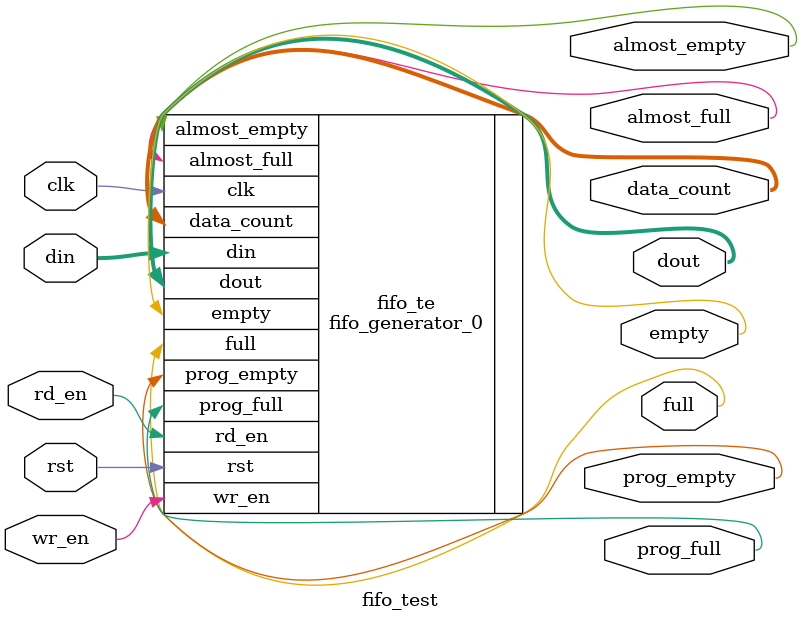
<source format=v>
`timescale 1ns / 1ps


module fifo_test(
    input  clk,
    input  rst,
    input  [7 : 0] din,
    input  wr_en,
    input  rd_en,
    output [7 : 0] dout,
    output full,
    output almost_full,
    output empty,
    output almost_empty,
    output [3 : 0] data_count,
    output prog_full,
    output prog_empty
);

// verilator lint_off WIDTH
fifo_generator_0 fifo_te (
  .clk(clk),                    // input wire clk
  .rst(rst),                    // input wire rst
  .din(din),                    // input wire [7 : 0] din
  .wr_en(wr_en),                // input wire wr_en
  .rd_en(rd_en),                // input wire rd_en
  .dout(dout),                  // output wire [7 : 0] dout
  .full(full),                  // output wire full
  .almost_full(almost_full),    // output wire almost_full
  .empty(empty),                // output wire empty
  .almost_empty(almost_empty),  // output wire almost_empty
  .data_count(data_count),      // output wire [3 : 0] data_count
  .prog_full(prog_full),        // output wire prog_full
  .prog_empty(prog_empty)      // output wire prog_empty
);
// verilator lint_on WIDTH
endmodule


</source>
